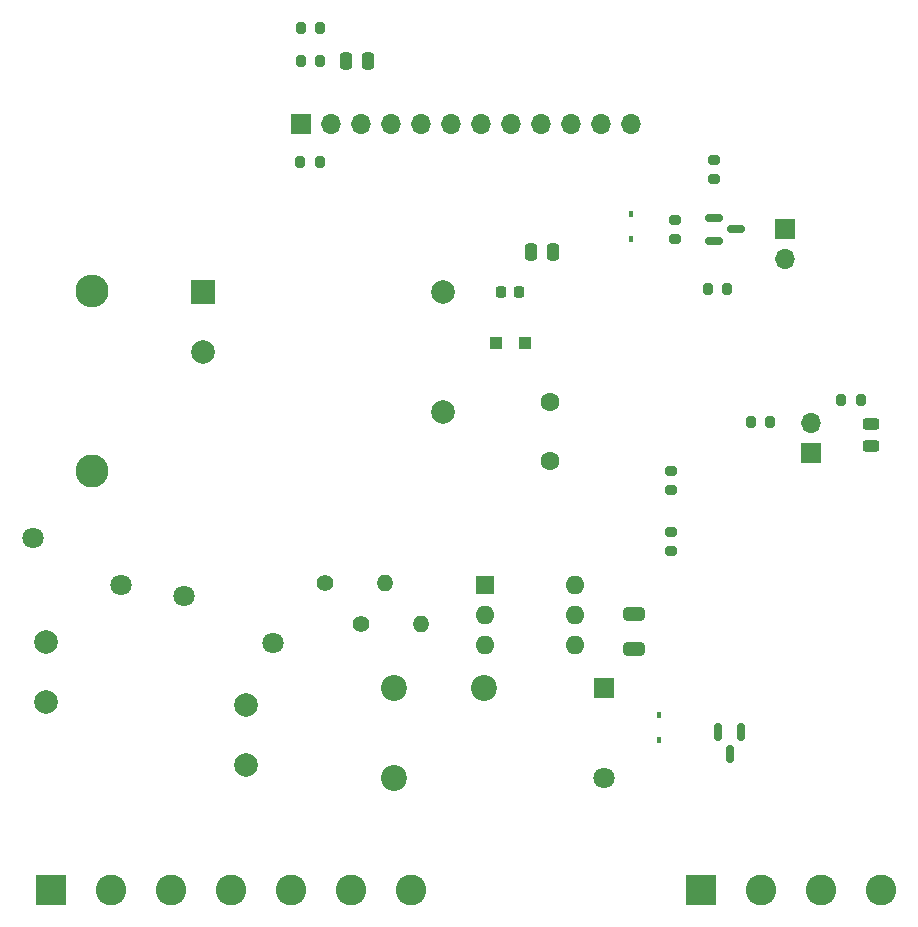
<source format=gts>
G04 #@! TF.GenerationSoftware,KiCad,Pcbnew,(6.0.9)*
G04 #@! TF.CreationDate,2023-01-13T11:09:30+01:00*
G04 #@! TF.ProjectId,heating-controller,68656174-696e-4672-9d63-6f6e74726f6c,rev?*
G04 #@! TF.SameCoordinates,Original*
G04 #@! TF.FileFunction,Soldermask,Top*
G04 #@! TF.FilePolarity,Negative*
%FSLAX46Y46*%
G04 Gerber Fmt 4.6, Leading zero omitted, Abs format (unit mm)*
G04 Created by KiCad (PCBNEW (6.0.9)) date 2023-01-13 11:09:30*
%MOMM*%
%LPD*%
G01*
G04 APERTURE LIST*
G04 Aperture macros list*
%AMRoundRect*
0 Rectangle with rounded corners*
0 $1 Rounding radius*
0 $2 $3 $4 $5 $6 $7 $8 $9 X,Y pos of 4 corners*
0 Add a 4 corners polygon primitive as box body*
4,1,4,$2,$3,$4,$5,$6,$7,$8,$9,$2,$3,0*
0 Add four circle primitives for the rounded corners*
1,1,$1+$1,$2,$3*
1,1,$1+$1,$4,$5*
1,1,$1+$1,$6,$7*
1,1,$1+$1,$8,$9*
0 Add four rect primitives between the rounded corners*
20,1,$1+$1,$2,$3,$4,$5,0*
20,1,$1+$1,$4,$5,$6,$7,0*
20,1,$1+$1,$6,$7,$8,$9,0*
20,1,$1+$1,$8,$9,$2,$3,0*%
G04 Aperture macros list end*
%ADD10RoundRect,0.200000X0.200000X0.275000X-0.200000X0.275000X-0.200000X-0.275000X0.200000X-0.275000X0*%
%ADD11RoundRect,0.200000X-0.275000X0.200000X-0.275000X-0.200000X0.275000X-0.200000X0.275000X0.200000X0*%
%ADD12RoundRect,0.150000X-0.587500X-0.150000X0.587500X-0.150000X0.587500X0.150000X-0.587500X0.150000X0*%
%ADD13R,1.700000X1.700000*%
%ADD14O,1.700000X1.700000*%
%ADD15RoundRect,0.200000X-0.200000X-0.275000X0.200000X-0.275000X0.200000X0.275000X-0.200000X0.275000X0*%
%ADD16R,2.000000X2.000000*%
%ADD17C,2.000000*%
%ADD18C,1.600000*%
%ADD19C,1.800000*%
%ADD20R,2.600000X2.600000*%
%ADD21C,2.600000*%
%ADD22RoundRect,0.243750X0.456250X-0.243750X0.456250X0.243750X-0.456250X0.243750X-0.456250X-0.243750X0*%
%ADD23RoundRect,0.250000X-0.650000X0.325000X-0.650000X-0.325000X0.650000X-0.325000X0.650000X0.325000X0*%
%ADD24RoundRect,0.250000X-0.250000X-0.475000X0.250000X-0.475000X0.250000X0.475000X-0.250000X0.475000X0*%
%ADD25R,0.450000X0.600000*%
%ADD26C,2.200000*%
%ADD27R,1.800000X1.800000*%
%ADD28RoundRect,0.225000X-0.225000X-0.250000X0.225000X-0.250000X0.225000X0.250000X-0.225000X0.250000X0*%
%ADD29R,1.000000X1.000000*%
%ADD30C,2.800000*%
%ADD31O,2.800000X2.800000*%
%ADD32C,1.400000*%
%ADD33O,1.400000X1.400000*%
%ADD34RoundRect,0.250000X0.250000X0.475000X-0.250000X0.475000X-0.250000X-0.475000X0.250000X-0.475000X0*%
%ADD35R,1.600000X1.600000*%
%ADD36O,1.600000X1.600000*%
%ADD37RoundRect,0.150000X-0.150000X0.587500X-0.150000X-0.587500X0.150000X-0.587500X0.150000X0.587500X0*%
G04 APERTURE END LIST*
D10*
X82950000Y-49700000D03*
X81300000Y-49700000D03*
D11*
X78500000Y-43850000D03*
X78500000Y-45500000D03*
X81850000Y-38750000D03*
X81850000Y-40400000D03*
D12*
X81850000Y-43700000D03*
X81850000Y-45600000D03*
X83725000Y-44650000D03*
D13*
X87850000Y-44650000D03*
D14*
X87850000Y-47190000D03*
D15*
X46850000Y-27600000D03*
X48500000Y-27600000D03*
D16*
X38524200Y-49950000D03*
D17*
X38524200Y-55030000D03*
X58844200Y-60110000D03*
X58844200Y-49950000D03*
D18*
X67978200Y-59241400D03*
X67978200Y-64241400D03*
D10*
X94225000Y-59100000D03*
X92575000Y-59100000D03*
D15*
X46850000Y-30400000D03*
X48500000Y-30400000D03*
D10*
X86600000Y-61000000D03*
X84950000Y-61000000D03*
D19*
X44448600Y-79656400D03*
X36948600Y-75656400D03*
D11*
X78150000Y-70275000D03*
X78150000Y-71925000D03*
D13*
X46830000Y-35700000D03*
D14*
X49370000Y-35700000D03*
X51910000Y-35700000D03*
X54450000Y-35700000D03*
X56990000Y-35700000D03*
X59530000Y-35700000D03*
X62070000Y-35700000D03*
X64610000Y-35700000D03*
X67150000Y-35700000D03*
X69690000Y-35700000D03*
X72230000Y-35700000D03*
X74770000Y-35700000D03*
D20*
X25720000Y-100550000D03*
D21*
X30800000Y-100550000D03*
X35880000Y-100550000D03*
X40960000Y-100550000D03*
X46040000Y-100550000D03*
X51120000Y-100550000D03*
X56200000Y-100550000D03*
D22*
X95150000Y-62975000D03*
X95150000Y-61100000D03*
D11*
X78150000Y-65100000D03*
X78150000Y-66750000D03*
D23*
X75064800Y-77248200D03*
X75064800Y-80198200D03*
D24*
X50650000Y-30400000D03*
X52550000Y-30400000D03*
D25*
X74800000Y-43350000D03*
X74800000Y-45450000D03*
D26*
X62364800Y-83500000D03*
X54744800Y-91120000D03*
X54744800Y-83500000D03*
D27*
X72524800Y-83500000D03*
D19*
X72524800Y-91120000D03*
D15*
X46800000Y-38950000D03*
X48450000Y-38950000D03*
D25*
X77200000Y-85800000D03*
X77200000Y-87900000D03*
D13*
X90000000Y-63600000D03*
D14*
X90000000Y-61060000D03*
D28*
X63774200Y-49995800D03*
X65324200Y-49995800D03*
D20*
X80750000Y-100550000D03*
D21*
X85830000Y-100550000D03*
X90910000Y-100550000D03*
X95990000Y-100550000D03*
D29*
X63350000Y-54288400D03*
X65850000Y-54288400D03*
D17*
X42200000Y-90000000D03*
X42200000Y-84920000D03*
X25306200Y-84641400D03*
X25306200Y-79561400D03*
D30*
X29150000Y-65100000D03*
D31*
X29150000Y-49860000D03*
D19*
X24121600Y-70805000D03*
X31621600Y-74805000D03*
D32*
X51950800Y-78062800D03*
D33*
X57030800Y-78062800D03*
D34*
X68200000Y-46600000D03*
X66300000Y-46600000D03*
D35*
X62466400Y-74786200D03*
D36*
X62466400Y-77326200D03*
X62466400Y-79866200D03*
X70086400Y-79866200D03*
X70086400Y-77326200D03*
X70086400Y-74786200D03*
D37*
X84100000Y-87225000D03*
X82200000Y-87225000D03*
X83150000Y-89100000D03*
D32*
X48902800Y-74608400D03*
D33*
X53982800Y-74608400D03*
M02*

</source>
